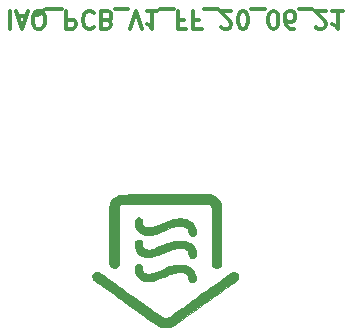
<source format=gbr>
%TF.GenerationSoftware,KiCad,Pcbnew,(5.1.10-1-10_14)*%
%TF.CreationDate,2021-06-21T19:24:18+01:00*%
%TF.ProjectId,IAQ_Project,4941515f-5072-46f6-9a65-63742e6b6963,rev?*%
%TF.SameCoordinates,Original*%
%TF.FileFunction,Legend,Bot*%
%TF.FilePolarity,Positive*%
%FSLAX46Y46*%
G04 Gerber Fmt 4.6, Leading zero omitted, Abs format (unit mm)*
G04 Created by KiCad (PCBNEW (5.1.10-1-10_14)) date 2021-06-21 19:24:18*
%MOMM*%
%LPD*%
G01*
G04 APERTURE LIST*
%ADD10C,0.300000*%
%ADD11C,0.010000*%
G04 APERTURE END LIST*
D10*
X53464285Y-77421428D02*
X53464285Y-78921428D01*
X54107142Y-77850000D02*
X54821428Y-77850000D01*
X53964285Y-77421428D02*
X54464285Y-78921428D01*
X54964285Y-77421428D01*
X56464285Y-77278571D02*
X56321428Y-77350000D01*
X56178571Y-77492857D01*
X55964285Y-77707142D01*
X55821428Y-77778571D01*
X55678571Y-77778571D01*
X55750000Y-77421428D02*
X55607142Y-77492857D01*
X55464285Y-77635714D01*
X55392857Y-77921428D01*
X55392857Y-78421428D01*
X55464285Y-78707142D01*
X55607142Y-78850000D01*
X55750000Y-78921428D01*
X56035714Y-78921428D01*
X56178571Y-78850000D01*
X56321428Y-78707142D01*
X56392857Y-78421428D01*
X56392857Y-77921428D01*
X56321428Y-77635714D01*
X56178571Y-77492857D01*
X56035714Y-77421428D01*
X55750000Y-77421428D01*
X56678571Y-77278571D02*
X57821428Y-77278571D01*
X58178571Y-77421428D02*
X58178571Y-78921428D01*
X58750000Y-78921428D01*
X58892857Y-78850000D01*
X58964285Y-78778571D01*
X59035714Y-78635714D01*
X59035714Y-78421428D01*
X58964285Y-78278571D01*
X58892857Y-78207142D01*
X58750000Y-78135714D01*
X58178571Y-78135714D01*
X60535714Y-77564285D02*
X60464285Y-77492857D01*
X60250000Y-77421428D01*
X60107142Y-77421428D01*
X59892857Y-77492857D01*
X59750000Y-77635714D01*
X59678571Y-77778571D01*
X59607142Y-78064285D01*
X59607142Y-78278571D01*
X59678571Y-78564285D01*
X59750000Y-78707142D01*
X59892857Y-78850000D01*
X60107142Y-78921428D01*
X60250000Y-78921428D01*
X60464285Y-78850000D01*
X60535714Y-78778571D01*
X61678571Y-78207142D02*
X61892857Y-78135714D01*
X61964285Y-78064285D01*
X62035714Y-77921428D01*
X62035714Y-77707142D01*
X61964285Y-77564285D01*
X61892857Y-77492857D01*
X61750000Y-77421428D01*
X61178571Y-77421428D01*
X61178571Y-78921428D01*
X61678571Y-78921428D01*
X61821428Y-78850000D01*
X61892857Y-78778571D01*
X61964285Y-78635714D01*
X61964285Y-78492857D01*
X61892857Y-78350000D01*
X61821428Y-78278571D01*
X61678571Y-78207142D01*
X61178571Y-78207142D01*
X62321428Y-77278571D02*
X63464285Y-77278571D01*
X63607142Y-78921428D02*
X64107142Y-77421428D01*
X64607142Y-78921428D01*
X65892857Y-77421428D02*
X65035714Y-77421428D01*
X65464285Y-77421428D02*
X65464285Y-78921428D01*
X65321428Y-78707142D01*
X65178571Y-78564285D01*
X65035714Y-78492857D01*
X66178571Y-77278571D02*
X67321428Y-77278571D01*
X68178571Y-78207142D02*
X67678571Y-78207142D01*
X67678571Y-77421428D02*
X67678571Y-78921428D01*
X68392857Y-78921428D01*
X69464285Y-78207142D02*
X68964285Y-78207142D01*
X68964285Y-77421428D02*
X68964285Y-78921428D01*
X69678571Y-78921428D01*
X69892857Y-77278571D02*
X71035714Y-77278571D01*
X71321428Y-78778571D02*
X71392857Y-78850000D01*
X71535714Y-78921428D01*
X71892857Y-78921428D01*
X72035714Y-78850000D01*
X72107142Y-78778571D01*
X72178571Y-78635714D01*
X72178571Y-78492857D01*
X72107142Y-78278571D01*
X71250000Y-77421428D01*
X72178571Y-77421428D01*
X73107142Y-78921428D02*
X73250000Y-78921428D01*
X73392857Y-78850000D01*
X73464285Y-78778571D01*
X73535714Y-78635714D01*
X73607142Y-78350000D01*
X73607142Y-77992857D01*
X73535714Y-77707142D01*
X73464285Y-77564285D01*
X73392857Y-77492857D01*
X73250000Y-77421428D01*
X73107142Y-77421428D01*
X72964285Y-77492857D01*
X72892857Y-77564285D01*
X72821428Y-77707142D01*
X72750000Y-77992857D01*
X72750000Y-78350000D01*
X72821428Y-78635714D01*
X72892857Y-78778571D01*
X72964285Y-78850000D01*
X73107142Y-78921428D01*
X73892857Y-77278571D02*
X75035714Y-77278571D01*
X75678571Y-78921428D02*
X75821428Y-78921428D01*
X75964285Y-78850000D01*
X76035714Y-78778571D01*
X76107142Y-78635714D01*
X76178571Y-78350000D01*
X76178571Y-77992857D01*
X76107142Y-77707142D01*
X76035714Y-77564285D01*
X75964285Y-77492857D01*
X75821428Y-77421428D01*
X75678571Y-77421428D01*
X75535714Y-77492857D01*
X75464285Y-77564285D01*
X75392857Y-77707142D01*
X75321428Y-77992857D01*
X75321428Y-78350000D01*
X75392857Y-78635714D01*
X75464285Y-78778571D01*
X75535714Y-78850000D01*
X75678571Y-78921428D01*
X77464285Y-78921428D02*
X77178571Y-78921428D01*
X77035714Y-78850000D01*
X76964285Y-78778571D01*
X76821428Y-78564285D01*
X76750000Y-78278571D01*
X76750000Y-77707142D01*
X76821428Y-77564285D01*
X76892857Y-77492857D01*
X77035714Y-77421428D01*
X77321428Y-77421428D01*
X77464285Y-77492857D01*
X77535714Y-77564285D01*
X77607142Y-77707142D01*
X77607142Y-78064285D01*
X77535714Y-78207142D01*
X77464285Y-78278571D01*
X77321428Y-78350000D01*
X77035714Y-78350000D01*
X76892857Y-78278571D01*
X76821428Y-78207142D01*
X76750000Y-78064285D01*
X77892857Y-77278571D02*
X79035714Y-77278571D01*
X79321428Y-78778571D02*
X79392857Y-78850000D01*
X79535714Y-78921428D01*
X79892857Y-78921428D01*
X80035714Y-78850000D01*
X80107142Y-78778571D01*
X80178571Y-78635714D01*
X80178571Y-78492857D01*
X80107142Y-78278571D01*
X79250000Y-77421428D01*
X80178571Y-77421428D01*
X81607142Y-77421428D02*
X80750000Y-77421428D01*
X81178571Y-77421428D02*
X81178571Y-78921428D01*
X81035714Y-78707142D01*
X80892857Y-78564285D01*
X80750000Y-78492857D01*
D11*
%TO.C,G\u002A\u002A\u002A*%
G36*
X62408616Y-99139890D02*
G01*
X62520026Y-99078967D01*
X62591147Y-99001234D01*
X62650300Y-98918300D01*
X62663000Y-96429100D01*
X62665141Y-96017226D01*
X62667154Y-95653119D01*
X62669109Y-95333749D01*
X62671074Y-95056084D01*
X62673119Y-94817094D01*
X62675312Y-94613745D01*
X62677724Y-94443008D01*
X62680424Y-94301850D01*
X62683480Y-94187241D01*
X62686962Y-94096148D01*
X62690939Y-94025541D01*
X62695480Y-93972387D01*
X62700655Y-93933656D01*
X62706533Y-93906316D01*
X62713183Y-93887335D01*
X62720675Y-93873683D01*
X62721388Y-93872619D01*
X62733121Y-93854252D01*
X62743794Y-93837616D01*
X62755850Y-93822624D01*
X62771735Y-93809191D01*
X62793893Y-93797233D01*
X62824770Y-93786662D01*
X62866809Y-93777395D01*
X62922457Y-93769346D01*
X62994158Y-93762429D01*
X63084356Y-93756559D01*
X63195497Y-93751651D01*
X63330025Y-93747619D01*
X63490385Y-93744377D01*
X63679022Y-93741841D01*
X63898381Y-93739925D01*
X64150907Y-93738544D01*
X64439044Y-93737611D01*
X64765238Y-93737043D01*
X65131933Y-93736753D01*
X65541574Y-93736656D01*
X65996605Y-93736666D01*
X66499473Y-93736699D01*
X66612700Y-93736700D01*
X67118424Y-93736722D01*
X67575835Y-93736807D01*
X67987419Y-93736985D01*
X68355662Y-93737288D01*
X68683050Y-93737745D01*
X68972071Y-93738388D01*
X69225210Y-93739245D01*
X69444953Y-93740349D01*
X69633788Y-93741730D01*
X69794201Y-93743417D01*
X69928677Y-93745441D01*
X70039704Y-93747833D01*
X70129768Y-93750624D01*
X70201355Y-93753843D01*
X70256952Y-93757521D01*
X70299044Y-93761689D01*
X70330119Y-93766376D01*
X70352663Y-93771614D01*
X70369162Y-93777433D01*
X70380250Y-93782838D01*
X70405801Y-93796243D01*
X70428417Y-93808914D01*
X70448278Y-93823860D01*
X70465563Y-93844092D01*
X70480452Y-93872617D01*
X70493123Y-93912446D01*
X70503757Y-93966587D01*
X70512533Y-94038051D01*
X70519629Y-94129847D01*
X70525226Y-94244983D01*
X70529503Y-94386471D01*
X70532640Y-94557318D01*
X70534814Y-94760534D01*
X70536207Y-94999130D01*
X70536997Y-95276113D01*
X70537364Y-95594494D01*
X70537487Y-95957282D01*
X70537546Y-96367486D01*
X70537557Y-96421935D01*
X70537687Y-96827525D01*
X70537916Y-97185447D01*
X70538305Y-97498832D01*
X70538913Y-97770813D01*
X70539799Y-98004521D01*
X70541022Y-98203088D01*
X70542641Y-98369646D01*
X70544716Y-98507327D01*
X70547307Y-98619262D01*
X70550472Y-98708583D01*
X70554271Y-98778422D01*
X70558764Y-98831911D01*
X70564008Y-98872182D01*
X70570065Y-98902366D01*
X70576992Y-98925595D01*
X70584850Y-98945001D01*
X70585358Y-98946125D01*
X70659547Y-99057809D01*
X70762012Y-99127579D01*
X70893511Y-99155848D01*
X70965532Y-99154919D01*
X71112021Y-99125989D01*
X71223029Y-99061957D01*
X71301349Y-98961121D01*
X71309044Y-98945708D01*
X71315888Y-98927993D01*
X71321922Y-98903456D01*
X71327185Y-98869104D01*
X71331718Y-98821940D01*
X71335559Y-98758968D01*
X71338749Y-98677195D01*
X71341327Y-98573623D01*
X71343333Y-98445258D01*
X71344806Y-98289105D01*
X71345786Y-98102167D01*
X71346313Y-97881450D01*
X71346427Y-97623959D01*
X71346166Y-97326697D01*
X71345571Y-96986669D01*
X71344681Y-96600881D01*
X71343926Y-96309958D01*
X71337100Y-93762100D01*
X71258701Y-93597000D01*
X71140252Y-93403907D01*
X70982191Y-93240964D01*
X70783476Y-93107292D01*
X70561430Y-93008533D01*
X70397300Y-92949300D01*
X66663500Y-92944681D01*
X66137943Y-92944102D01*
X65660897Y-92943741D01*
X65230071Y-92943614D01*
X64843177Y-92943739D01*
X64497925Y-92944133D01*
X64192026Y-92944814D01*
X63923191Y-92945799D01*
X63689129Y-92947106D01*
X63487552Y-92948751D01*
X63316171Y-92950753D01*
X63172695Y-92953129D01*
X63054836Y-92955897D01*
X62960304Y-92959072D01*
X62886810Y-92962675D01*
X62832065Y-92966720D01*
X62793779Y-92971227D01*
X62777300Y-92974261D01*
X62674171Y-93000900D01*
X62573661Y-93032427D01*
X62523300Y-93051422D01*
X62385456Y-93124287D01*
X62244537Y-93223430D01*
X62117552Y-93335387D01*
X62021507Y-93446695D01*
X62018505Y-93451007D01*
X61991568Y-93489442D01*
X61967664Y-93524019D01*
X61946611Y-93557845D01*
X61928229Y-93594026D01*
X61912338Y-93635669D01*
X61898757Y-93685880D01*
X61887304Y-93747766D01*
X61877800Y-93824435D01*
X61870064Y-93918992D01*
X61863915Y-94034544D01*
X61859173Y-94174198D01*
X61855656Y-94341061D01*
X61853184Y-94538240D01*
X61851577Y-94768840D01*
X61850654Y-95035970D01*
X61850234Y-95342734D01*
X61850136Y-95692241D01*
X61850180Y-96087597D01*
X61850200Y-96345249D01*
X61850219Y-96758065D01*
X61850318Y-97123150D01*
X61850556Y-97443572D01*
X61850993Y-97722403D01*
X61851689Y-97962709D01*
X61852705Y-98167560D01*
X61854101Y-98340026D01*
X61855936Y-98483175D01*
X61858272Y-98600077D01*
X61861167Y-98693800D01*
X61864682Y-98767414D01*
X61868877Y-98823987D01*
X61873812Y-98866589D01*
X61879548Y-98898289D01*
X61886144Y-98922156D01*
X61893660Y-98941258D01*
X61901341Y-98957071D01*
X61979461Y-99056740D01*
X62091538Y-99125502D01*
X62227526Y-99157829D01*
X62269549Y-99159600D01*
X62408616Y-99139890D01*
G37*
X62408616Y-99139890D02*
X62520026Y-99078967D01*
X62591147Y-99001234D01*
X62650300Y-98918300D01*
X62663000Y-96429100D01*
X62665141Y-96017226D01*
X62667154Y-95653119D01*
X62669109Y-95333749D01*
X62671074Y-95056084D01*
X62673119Y-94817094D01*
X62675312Y-94613745D01*
X62677724Y-94443008D01*
X62680424Y-94301850D01*
X62683480Y-94187241D01*
X62686962Y-94096148D01*
X62690939Y-94025541D01*
X62695480Y-93972387D01*
X62700655Y-93933656D01*
X62706533Y-93906316D01*
X62713183Y-93887335D01*
X62720675Y-93873683D01*
X62721388Y-93872619D01*
X62733121Y-93854252D01*
X62743794Y-93837616D01*
X62755850Y-93822624D01*
X62771735Y-93809191D01*
X62793893Y-93797233D01*
X62824770Y-93786662D01*
X62866809Y-93777395D01*
X62922457Y-93769346D01*
X62994158Y-93762429D01*
X63084356Y-93756559D01*
X63195497Y-93751651D01*
X63330025Y-93747619D01*
X63490385Y-93744377D01*
X63679022Y-93741841D01*
X63898381Y-93739925D01*
X64150907Y-93738544D01*
X64439044Y-93737611D01*
X64765238Y-93737043D01*
X65131933Y-93736753D01*
X65541574Y-93736656D01*
X65996605Y-93736666D01*
X66499473Y-93736699D01*
X66612700Y-93736700D01*
X67118424Y-93736722D01*
X67575835Y-93736807D01*
X67987419Y-93736985D01*
X68355662Y-93737288D01*
X68683050Y-93737745D01*
X68972071Y-93738388D01*
X69225210Y-93739245D01*
X69444953Y-93740349D01*
X69633788Y-93741730D01*
X69794201Y-93743417D01*
X69928677Y-93745441D01*
X70039704Y-93747833D01*
X70129768Y-93750624D01*
X70201355Y-93753843D01*
X70256952Y-93757521D01*
X70299044Y-93761689D01*
X70330119Y-93766376D01*
X70352663Y-93771614D01*
X70369162Y-93777433D01*
X70380250Y-93782838D01*
X70405801Y-93796243D01*
X70428417Y-93808914D01*
X70448278Y-93823860D01*
X70465563Y-93844092D01*
X70480452Y-93872617D01*
X70493123Y-93912446D01*
X70503757Y-93966587D01*
X70512533Y-94038051D01*
X70519629Y-94129847D01*
X70525226Y-94244983D01*
X70529503Y-94386471D01*
X70532640Y-94557318D01*
X70534814Y-94760534D01*
X70536207Y-94999130D01*
X70536997Y-95276113D01*
X70537364Y-95594494D01*
X70537487Y-95957282D01*
X70537546Y-96367486D01*
X70537557Y-96421935D01*
X70537687Y-96827525D01*
X70537916Y-97185447D01*
X70538305Y-97498832D01*
X70538913Y-97770813D01*
X70539799Y-98004521D01*
X70541022Y-98203088D01*
X70542641Y-98369646D01*
X70544716Y-98507327D01*
X70547307Y-98619262D01*
X70550472Y-98708583D01*
X70554271Y-98778422D01*
X70558764Y-98831911D01*
X70564008Y-98872182D01*
X70570065Y-98902366D01*
X70576992Y-98925595D01*
X70584850Y-98945001D01*
X70585358Y-98946125D01*
X70659547Y-99057809D01*
X70762012Y-99127579D01*
X70893511Y-99155848D01*
X70965532Y-99154919D01*
X71112021Y-99125989D01*
X71223029Y-99061957D01*
X71301349Y-98961121D01*
X71309044Y-98945708D01*
X71315888Y-98927993D01*
X71321922Y-98903456D01*
X71327185Y-98869104D01*
X71331718Y-98821940D01*
X71335559Y-98758968D01*
X71338749Y-98677195D01*
X71341327Y-98573623D01*
X71343333Y-98445258D01*
X71344806Y-98289105D01*
X71345786Y-98102167D01*
X71346313Y-97881450D01*
X71346427Y-97623959D01*
X71346166Y-97326697D01*
X71345571Y-96986669D01*
X71344681Y-96600881D01*
X71343926Y-96309958D01*
X71337100Y-93762100D01*
X71258701Y-93597000D01*
X71140252Y-93403907D01*
X70982191Y-93240964D01*
X70783476Y-93107292D01*
X70561430Y-93008533D01*
X70397300Y-92949300D01*
X66663500Y-92944681D01*
X66137943Y-92944102D01*
X65660897Y-92943741D01*
X65230071Y-92943614D01*
X64843177Y-92943739D01*
X64497925Y-92944133D01*
X64192026Y-92944814D01*
X63923191Y-92945799D01*
X63689129Y-92947106D01*
X63487552Y-92948751D01*
X63316171Y-92950753D01*
X63172695Y-92953129D01*
X63054836Y-92955897D01*
X62960304Y-92959072D01*
X62886810Y-92962675D01*
X62832065Y-92966720D01*
X62793779Y-92971227D01*
X62777300Y-92974261D01*
X62674171Y-93000900D01*
X62573661Y-93032427D01*
X62523300Y-93051422D01*
X62385456Y-93124287D01*
X62244537Y-93223430D01*
X62117552Y-93335387D01*
X62021507Y-93446695D01*
X62018505Y-93451007D01*
X61991568Y-93489442D01*
X61967664Y-93524019D01*
X61946611Y-93557845D01*
X61928229Y-93594026D01*
X61912338Y-93635669D01*
X61898757Y-93685880D01*
X61887304Y-93747766D01*
X61877800Y-93824435D01*
X61870064Y-93918992D01*
X61863915Y-94034544D01*
X61859173Y-94174198D01*
X61855656Y-94341061D01*
X61853184Y-94538240D01*
X61851577Y-94768840D01*
X61850654Y-95035970D01*
X61850234Y-95342734D01*
X61850136Y-95692241D01*
X61850180Y-96087597D01*
X61850200Y-96345249D01*
X61850219Y-96758065D01*
X61850318Y-97123150D01*
X61850556Y-97443572D01*
X61850993Y-97722403D01*
X61851689Y-97962709D01*
X61852705Y-98167560D01*
X61854101Y-98340026D01*
X61855936Y-98483175D01*
X61858272Y-98600077D01*
X61861167Y-98693800D01*
X61864682Y-98767414D01*
X61868877Y-98823987D01*
X61873812Y-98866589D01*
X61879548Y-98898289D01*
X61886144Y-98922156D01*
X61893660Y-98941258D01*
X61901341Y-98957071D01*
X61979461Y-99056740D01*
X62091538Y-99125502D01*
X62227526Y-99157829D01*
X62269549Y-99159600D01*
X62408616Y-99139890D01*
G36*
X68974434Y-96447876D02*
G01*
X69072925Y-96397190D01*
X69145385Y-96325951D01*
X69156819Y-96306834D01*
X69186170Y-96205986D01*
X69191230Y-96074459D01*
X69173357Y-95925424D01*
X69133909Y-95772055D01*
X69090187Y-95660376D01*
X68972224Y-95463167D01*
X68816251Y-95296767D01*
X68625995Y-95163024D01*
X68405181Y-95063784D01*
X68157535Y-95000897D01*
X67886783Y-94976208D01*
X67718564Y-94980252D01*
X67545401Y-94995120D01*
X67381811Y-95017970D01*
X67219770Y-95051188D01*
X67051250Y-95097160D01*
X66868225Y-95158274D01*
X66662670Y-95236915D01*
X66426557Y-95335470D01*
X66220847Y-95425554D01*
X66005154Y-95520026D01*
X65827190Y-95594223D01*
X65679177Y-95650456D01*
X65553341Y-95691039D01*
X65441906Y-95718282D01*
X65337097Y-95734498D01*
X65231140Y-95741998D01*
X65152200Y-95743300D01*
X64976088Y-95734081D01*
X64843010Y-95703558D01*
X64748129Y-95647436D01*
X64686610Y-95561420D01*
X64653618Y-95441212D01*
X64644294Y-95292077D01*
X64642873Y-95190492D01*
X64635657Y-95123782D01*
X64618034Y-95076035D01*
X64585395Y-95031340D01*
X64560777Y-95003825D01*
X64460788Y-94927401D01*
X64347861Y-94895907D01*
X64232127Y-94910921D01*
X64166421Y-94942365D01*
X64086782Y-95015277D01*
X64036130Y-95118831D01*
X64012181Y-95258850D01*
X64009501Y-95342435D01*
X64031597Y-95577139D01*
X64095725Y-95787950D01*
X64199930Y-95971476D01*
X64342261Y-96124326D01*
X64520764Y-96243106D01*
X64531057Y-96248316D01*
X64678696Y-96309752D01*
X64835303Y-96348152D01*
X65016157Y-96366555D01*
X65139500Y-96369262D01*
X65294453Y-96364039D01*
X65448346Y-96347041D01*
X65607905Y-96316280D01*
X65779858Y-96269766D01*
X65970932Y-96205508D01*
X66187855Y-96121517D01*
X66437352Y-96015804D01*
X66640695Y-95925232D01*
X66885987Y-95818904D01*
X67098567Y-95737675D01*
X67288171Y-95678735D01*
X67464530Y-95639273D01*
X67637380Y-95616475D01*
X67731451Y-95610162D01*
X67955124Y-95610268D01*
X68137847Y-95634842D01*
X68284103Y-95685620D01*
X68398375Y-95764341D01*
X68485146Y-95872744D01*
X68506113Y-95910584D01*
X68538555Y-95996324D01*
X68555212Y-96083644D01*
X68555800Y-96098704D01*
X68575886Y-96226336D01*
X68631007Y-96335361D01*
X68713453Y-96416725D01*
X68815515Y-96461374D01*
X68869461Y-96467106D01*
X68974434Y-96447876D01*
G37*
X68974434Y-96447876D02*
X69072925Y-96397190D01*
X69145385Y-96325951D01*
X69156819Y-96306834D01*
X69186170Y-96205986D01*
X69191230Y-96074459D01*
X69173357Y-95925424D01*
X69133909Y-95772055D01*
X69090187Y-95660376D01*
X68972224Y-95463167D01*
X68816251Y-95296767D01*
X68625995Y-95163024D01*
X68405181Y-95063784D01*
X68157535Y-95000897D01*
X67886783Y-94976208D01*
X67718564Y-94980252D01*
X67545401Y-94995120D01*
X67381811Y-95017970D01*
X67219770Y-95051188D01*
X67051250Y-95097160D01*
X66868225Y-95158274D01*
X66662670Y-95236915D01*
X66426557Y-95335470D01*
X66220847Y-95425554D01*
X66005154Y-95520026D01*
X65827190Y-95594223D01*
X65679177Y-95650456D01*
X65553341Y-95691039D01*
X65441906Y-95718282D01*
X65337097Y-95734498D01*
X65231140Y-95741998D01*
X65152200Y-95743300D01*
X64976088Y-95734081D01*
X64843010Y-95703558D01*
X64748129Y-95647436D01*
X64686610Y-95561420D01*
X64653618Y-95441212D01*
X64644294Y-95292077D01*
X64642873Y-95190492D01*
X64635657Y-95123782D01*
X64618034Y-95076035D01*
X64585395Y-95031340D01*
X64560777Y-95003825D01*
X64460788Y-94927401D01*
X64347861Y-94895907D01*
X64232127Y-94910921D01*
X64166421Y-94942365D01*
X64086782Y-95015277D01*
X64036130Y-95118831D01*
X64012181Y-95258850D01*
X64009501Y-95342435D01*
X64031597Y-95577139D01*
X64095725Y-95787950D01*
X64199930Y-95971476D01*
X64342261Y-96124326D01*
X64520764Y-96243106D01*
X64531057Y-96248316D01*
X64678696Y-96309752D01*
X64835303Y-96348152D01*
X65016157Y-96366555D01*
X65139500Y-96369262D01*
X65294453Y-96364039D01*
X65448346Y-96347041D01*
X65607905Y-96316280D01*
X65779858Y-96269766D01*
X65970932Y-96205508D01*
X66187855Y-96121517D01*
X66437352Y-96015804D01*
X66640695Y-95925232D01*
X66885987Y-95818904D01*
X67098567Y-95737675D01*
X67288171Y-95678735D01*
X67464530Y-95639273D01*
X67637380Y-95616475D01*
X67731451Y-95610162D01*
X67955124Y-95610268D01*
X68137847Y-95634842D01*
X68284103Y-95685620D01*
X68398375Y-95764341D01*
X68485146Y-95872744D01*
X68506113Y-95910584D01*
X68538555Y-95996324D01*
X68555212Y-96083644D01*
X68555800Y-96098704D01*
X68575886Y-96226336D01*
X68631007Y-96335361D01*
X68713453Y-96416725D01*
X68815515Y-96461374D01*
X68869461Y-96467106D01*
X68974434Y-96447876D01*
G36*
X68971274Y-98316948D02*
G01*
X69030015Y-98297279D01*
X69086161Y-98252931D01*
X69104440Y-98235040D01*
X69151718Y-98183655D01*
X69177636Y-98137328D01*
X69188545Y-98077572D01*
X69190799Y-97985902D01*
X69190800Y-97983716D01*
X69166919Y-97750971D01*
X69097512Y-97536060D01*
X68985935Y-97342980D01*
X68835540Y-97175730D01*
X68649684Y-97038310D01*
X68431719Y-96934717D01*
X68270310Y-96886442D01*
X68108655Y-96860780D01*
X67914519Y-96849686D01*
X67704022Y-96852943D01*
X67493284Y-96870333D01*
X67309254Y-96899397D01*
X67163353Y-96931897D01*
X67024012Y-96969613D01*
X66880904Y-97016177D01*
X66723700Y-97075223D01*
X66542070Y-97150382D01*
X66325686Y-97245288D01*
X66325344Y-97245440D01*
X66096804Y-97346582D01*
X65907256Y-97427737D01*
X65749951Y-97491022D01*
X65618141Y-97538552D01*
X65505076Y-97572442D01*
X65404009Y-97594809D01*
X65308191Y-97607767D01*
X65210874Y-97613432D01*
X65148991Y-97614211D01*
X64972402Y-97602761D01*
X64837930Y-97566183D01*
X64741801Y-97501131D01*
X64680240Y-97404261D01*
X64649473Y-97272229D01*
X64644200Y-97166950D01*
X64630879Y-97010201D01*
X64589731Y-96894802D01*
X64518972Y-96818489D01*
X64416821Y-96778997D01*
X64333375Y-96772000D01*
X64249524Y-96778106D01*
X64186263Y-96803328D01*
X64117781Y-96858029D01*
X64116776Y-96858948D01*
X64070776Y-96903100D01*
X64042206Y-96941752D01*
X64026243Y-96989047D01*
X64018064Y-97059128D01*
X64012959Y-97163364D01*
X64024270Y-97400538D01*
X64076880Y-97611154D01*
X64167973Y-97793840D01*
X64294730Y-97947224D01*
X64454336Y-98069935D01*
X64643972Y-98160600D01*
X64860822Y-98217849D01*
X65102068Y-98240309D01*
X65364892Y-98226608D01*
X65646479Y-98175375D01*
X65922214Y-98093022D01*
X66016981Y-98057208D01*
X66145003Y-98005477D01*
X66293413Y-97943202D01*
X66449341Y-97875756D01*
X66554715Y-97828954D01*
X66792917Y-97724715D01*
X66996074Y-97642668D01*
X67173273Y-97579840D01*
X67333597Y-97533259D01*
X67486132Y-97499952D01*
X67624863Y-97478792D01*
X67844230Y-97462618D01*
X68030268Y-97474638D01*
X68192629Y-97515970D01*
X68281577Y-97554735D01*
X68413146Y-97644861D01*
X68501620Y-97758932D01*
X68543672Y-97886089D01*
X68558022Y-97977793D01*
X68571694Y-98065594D01*
X68603624Y-98149990D01*
X68666313Y-98233753D01*
X68669563Y-98237044D01*
X68728338Y-98288766D01*
X68784116Y-98313730D01*
X68860633Y-98321188D01*
X68885999Y-98321400D01*
X68971274Y-98316948D01*
G37*
X68971274Y-98316948D02*
X69030015Y-98297279D01*
X69086161Y-98252931D01*
X69104440Y-98235040D01*
X69151718Y-98183655D01*
X69177636Y-98137328D01*
X69188545Y-98077572D01*
X69190799Y-97985902D01*
X69190800Y-97983716D01*
X69166919Y-97750971D01*
X69097512Y-97536060D01*
X68985935Y-97342980D01*
X68835540Y-97175730D01*
X68649684Y-97038310D01*
X68431719Y-96934717D01*
X68270310Y-96886442D01*
X68108655Y-96860780D01*
X67914519Y-96849686D01*
X67704022Y-96852943D01*
X67493284Y-96870333D01*
X67309254Y-96899397D01*
X67163353Y-96931897D01*
X67024012Y-96969613D01*
X66880904Y-97016177D01*
X66723700Y-97075223D01*
X66542070Y-97150382D01*
X66325686Y-97245288D01*
X66325344Y-97245440D01*
X66096804Y-97346582D01*
X65907256Y-97427737D01*
X65749951Y-97491022D01*
X65618141Y-97538552D01*
X65505076Y-97572442D01*
X65404009Y-97594809D01*
X65308191Y-97607767D01*
X65210874Y-97613432D01*
X65148991Y-97614211D01*
X64972402Y-97602761D01*
X64837930Y-97566183D01*
X64741801Y-97501131D01*
X64680240Y-97404261D01*
X64649473Y-97272229D01*
X64644200Y-97166950D01*
X64630879Y-97010201D01*
X64589731Y-96894802D01*
X64518972Y-96818489D01*
X64416821Y-96778997D01*
X64333375Y-96772000D01*
X64249524Y-96778106D01*
X64186263Y-96803328D01*
X64117781Y-96858029D01*
X64116776Y-96858948D01*
X64070776Y-96903100D01*
X64042206Y-96941752D01*
X64026243Y-96989047D01*
X64018064Y-97059128D01*
X64012959Y-97163364D01*
X64024270Y-97400538D01*
X64076880Y-97611154D01*
X64167973Y-97793840D01*
X64294730Y-97947224D01*
X64454336Y-98069935D01*
X64643972Y-98160600D01*
X64860822Y-98217849D01*
X65102068Y-98240309D01*
X65364892Y-98226608D01*
X65646479Y-98175375D01*
X65922214Y-98093022D01*
X66016981Y-98057208D01*
X66145003Y-98005477D01*
X66293413Y-97943202D01*
X66449341Y-97875756D01*
X66554715Y-97828954D01*
X66792917Y-97724715D01*
X66996074Y-97642668D01*
X67173273Y-97579840D01*
X67333597Y-97533259D01*
X67486132Y-97499952D01*
X67624863Y-97478792D01*
X67844230Y-97462618D01*
X68030268Y-97474638D01*
X68192629Y-97515970D01*
X68281577Y-97554735D01*
X68413146Y-97644861D01*
X68501620Y-97758932D01*
X68543672Y-97886089D01*
X68558022Y-97977793D01*
X68571694Y-98065594D01*
X68603624Y-98149990D01*
X68666313Y-98233753D01*
X68669563Y-98237044D01*
X68728338Y-98288766D01*
X68784116Y-98313730D01*
X68860633Y-98321188D01*
X68885999Y-98321400D01*
X68971274Y-98316948D01*
G36*
X69039231Y-100340271D02*
G01*
X69115720Y-100282995D01*
X69163613Y-100201046D01*
X69185685Y-100086958D01*
X69185556Y-99946864D01*
X69148352Y-99726469D01*
X69065701Y-99522154D01*
X68941641Y-99338507D01*
X68780208Y-99180115D01*
X68585438Y-99051567D01*
X68361367Y-98957449D01*
X68298932Y-98939217D01*
X68160776Y-98912998D01*
X67985884Y-98899176D01*
X67831900Y-98896522D01*
X67651536Y-98901266D01*
X67481246Y-98916165D01*
X67313023Y-98943370D01*
X67138861Y-98985033D01*
X66950753Y-99043304D01*
X66740693Y-99120334D01*
X66500674Y-99218274D01*
X66282500Y-99312778D01*
X66065659Y-99407720D01*
X65887754Y-99483347D01*
X65741683Y-99541828D01*
X65620347Y-99585331D01*
X65516647Y-99616023D01*
X65423482Y-99636072D01*
X65333754Y-99647646D01*
X65240361Y-99652913D01*
X65164900Y-99654024D01*
X65013506Y-99650420D01*
X64901923Y-99635961D01*
X64819673Y-99606986D01*
X64756277Y-99559835D01*
X64702298Y-99492394D01*
X64670889Y-99436257D01*
X64653046Y-99373652D01*
X64645361Y-99288024D01*
X64644200Y-99210070D01*
X64635469Y-99070598D01*
X64605900Y-98969720D01*
X64550423Y-98897738D01*
X64463969Y-98844955D01*
X64450251Y-98839023D01*
X64359140Y-98809554D01*
X64282553Y-98811107D01*
X64194865Y-98844601D01*
X64187000Y-98848490D01*
X64109414Y-98899963D01*
X64056839Y-98968943D01*
X64026226Y-99063814D01*
X64014521Y-99192961D01*
X64016323Y-99317499D01*
X64023768Y-99443157D01*
X64036234Y-99536173D01*
X64057752Y-99614695D01*
X64092348Y-99696873D01*
X64107506Y-99728260D01*
X64209274Y-99889477D01*
X64342170Y-100031983D01*
X64493727Y-100144050D01*
X64608788Y-100199825D01*
X64732661Y-100237512D01*
X64876365Y-100268001D01*
X65021687Y-100288534D01*
X65150412Y-100296350D01*
X65221616Y-100292683D01*
X65304373Y-100282102D01*
X65406603Y-100269331D01*
X65457000Y-100263137D01*
X65591531Y-100239312D01*
X65747771Y-100197237D01*
X65930999Y-100135094D01*
X66146493Y-100051066D01*
X66399533Y-99943335D01*
X66447600Y-99922118D01*
X66703929Y-99810404D01*
X66922176Y-99720167D01*
X67109287Y-99649361D01*
X67272204Y-99595942D01*
X67417874Y-99557863D01*
X67553238Y-99533079D01*
X67685243Y-99519544D01*
X67820832Y-99515212D01*
X67828950Y-99515200D01*
X68046604Y-99529870D01*
X68224176Y-99574363D01*
X68363230Y-99649407D01*
X68465326Y-99755730D01*
X68508056Y-99831650D01*
X68538073Y-99916948D01*
X68554328Y-100000419D01*
X68555242Y-100017666D01*
X68576990Y-100147109D01*
X68634770Y-100253045D01*
X68720183Y-100329876D01*
X68824827Y-100372003D01*
X68940304Y-100373826D01*
X69039231Y-100340271D01*
G37*
X69039231Y-100340271D02*
X69115720Y-100282995D01*
X69163613Y-100201046D01*
X69185685Y-100086958D01*
X69185556Y-99946864D01*
X69148352Y-99726469D01*
X69065701Y-99522154D01*
X68941641Y-99338507D01*
X68780208Y-99180115D01*
X68585438Y-99051567D01*
X68361367Y-98957449D01*
X68298932Y-98939217D01*
X68160776Y-98912998D01*
X67985884Y-98899176D01*
X67831900Y-98896522D01*
X67651536Y-98901266D01*
X67481246Y-98916165D01*
X67313023Y-98943370D01*
X67138861Y-98985033D01*
X66950753Y-99043304D01*
X66740693Y-99120334D01*
X66500674Y-99218274D01*
X66282500Y-99312778D01*
X66065659Y-99407720D01*
X65887754Y-99483347D01*
X65741683Y-99541828D01*
X65620347Y-99585331D01*
X65516647Y-99616023D01*
X65423482Y-99636072D01*
X65333754Y-99647646D01*
X65240361Y-99652913D01*
X65164900Y-99654024D01*
X65013506Y-99650420D01*
X64901923Y-99635961D01*
X64819673Y-99606986D01*
X64756277Y-99559835D01*
X64702298Y-99492394D01*
X64670889Y-99436257D01*
X64653046Y-99373652D01*
X64645361Y-99288024D01*
X64644200Y-99210070D01*
X64635469Y-99070598D01*
X64605900Y-98969720D01*
X64550423Y-98897738D01*
X64463969Y-98844955D01*
X64450251Y-98839023D01*
X64359140Y-98809554D01*
X64282553Y-98811107D01*
X64194865Y-98844601D01*
X64187000Y-98848490D01*
X64109414Y-98899963D01*
X64056839Y-98968943D01*
X64026226Y-99063814D01*
X64014521Y-99192961D01*
X64016323Y-99317499D01*
X64023768Y-99443157D01*
X64036234Y-99536173D01*
X64057752Y-99614695D01*
X64092348Y-99696873D01*
X64107506Y-99728260D01*
X64209274Y-99889477D01*
X64342170Y-100031983D01*
X64493727Y-100144050D01*
X64608788Y-100199825D01*
X64732661Y-100237512D01*
X64876365Y-100268001D01*
X65021687Y-100288534D01*
X65150412Y-100296350D01*
X65221616Y-100292683D01*
X65304373Y-100282102D01*
X65406603Y-100269331D01*
X65457000Y-100263137D01*
X65591531Y-100239312D01*
X65747771Y-100197237D01*
X65930999Y-100135094D01*
X66146493Y-100051066D01*
X66399533Y-99943335D01*
X66447600Y-99922118D01*
X66703929Y-99810404D01*
X66922176Y-99720167D01*
X67109287Y-99649361D01*
X67272204Y-99595942D01*
X67417874Y-99557863D01*
X67553238Y-99533079D01*
X67685243Y-99519544D01*
X67820832Y-99515212D01*
X67828950Y-99515200D01*
X68046604Y-99529870D01*
X68224176Y-99574363D01*
X68363230Y-99649407D01*
X68465326Y-99755730D01*
X68508056Y-99831650D01*
X68538073Y-99916948D01*
X68554328Y-100000419D01*
X68555242Y-100017666D01*
X68576990Y-100147109D01*
X68634770Y-100253045D01*
X68720183Y-100329876D01*
X68824827Y-100372003D01*
X68940304Y-100373826D01*
X69039231Y-100340271D01*
G36*
X66816381Y-104155346D02*
G01*
X66997589Y-104128830D01*
X67160876Y-104080321D01*
X67321558Y-104006288D01*
X67349300Y-103991143D01*
X67385329Y-103967743D01*
X67459367Y-103916831D01*
X67568336Y-103840621D01*
X67709156Y-103741326D01*
X67878746Y-103621160D01*
X68074028Y-103482335D01*
X68291921Y-103327066D01*
X68529347Y-103157566D01*
X68783225Y-102976047D01*
X69050475Y-102784724D01*
X69328019Y-102585810D01*
X69612777Y-102381517D01*
X69901668Y-102174060D01*
X70191614Y-101965652D01*
X70479534Y-101758505D01*
X70762350Y-101554834D01*
X71036981Y-101356852D01*
X71300348Y-101166772D01*
X71549371Y-100986807D01*
X71780971Y-100819170D01*
X71992067Y-100666076D01*
X72179581Y-100529738D01*
X72340433Y-100412368D01*
X72471543Y-100316180D01*
X72569832Y-100243388D01*
X72632219Y-100196204D01*
X72653817Y-100178751D01*
X72748405Y-100064387D01*
X72792879Y-99942780D01*
X72787095Y-99814566D01*
X72755869Y-99727038D01*
X72681408Y-99625694D01*
X72574934Y-99554270D01*
X72448195Y-99516892D01*
X72312944Y-99517686D01*
X72225532Y-99540816D01*
X72194412Y-99559540D01*
X72125516Y-99605677D01*
X72022217Y-99676845D01*
X71887885Y-99770663D01*
X71725890Y-99884750D01*
X71539604Y-100016723D01*
X71332397Y-100164202D01*
X71107639Y-100324805D01*
X70868702Y-100496150D01*
X70618957Y-100675856D01*
X70617329Y-100677030D01*
X70331960Y-100882710D01*
X70030630Y-101099880D01*
X69720277Y-101323542D01*
X69407835Y-101548697D01*
X69100240Y-101770348D01*
X68804429Y-101983496D01*
X68527338Y-102183144D01*
X68275903Y-102364293D01*
X68057059Y-102521946D01*
X68009700Y-102556060D01*
X67721069Y-102762959D01*
X67471458Y-102939746D01*
X67261080Y-103086275D01*
X67090147Y-103202402D01*
X66958871Y-103287983D01*
X66867465Y-103342873D01*
X66819749Y-103365818D01*
X66673082Y-103394617D01*
X66514219Y-103392494D01*
X66365405Y-103360720D01*
X66306461Y-103336502D01*
X66273546Y-103315608D01*
X66202043Y-103266809D01*
X66094545Y-103191950D01*
X65953642Y-103092875D01*
X65781925Y-102971431D01*
X65581984Y-102829462D01*
X65356411Y-102668813D01*
X65107796Y-102491329D01*
X64838730Y-102298854D01*
X64551803Y-102093235D01*
X64249607Y-101876316D01*
X63934732Y-101649941D01*
X63625163Y-101427049D01*
X63301309Y-101193885D01*
X62988109Y-100968750D01*
X62688114Y-100753459D01*
X62403874Y-100549826D01*
X62137937Y-100359665D01*
X61892854Y-100184792D01*
X61671174Y-100027021D01*
X61475446Y-99888166D01*
X61308220Y-99770042D01*
X61172046Y-99674464D01*
X61069472Y-99603246D01*
X61003049Y-99558203D01*
X60975560Y-99541232D01*
X60859753Y-99516264D01*
X60735107Y-99519446D01*
X60623230Y-99549079D01*
X60580187Y-99572350D01*
X60477735Y-99668812D01*
X60419443Y-99782818D01*
X60405782Y-99905997D01*
X60437220Y-100029975D01*
X60514228Y-100146378D01*
X60546182Y-100178474D01*
X60581183Y-100206494D01*
X60654255Y-100261579D01*
X60762338Y-100341536D01*
X60902371Y-100444171D01*
X61071293Y-100567289D01*
X61266045Y-100708698D01*
X61483566Y-100866204D01*
X61720797Y-101037612D01*
X61974676Y-101220728D01*
X62242144Y-101413360D01*
X62520140Y-101613313D01*
X62805604Y-101818394D01*
X63095476Y-102026408D01*
X63386695Y-102235162D01*
X63676202Y-102442462D01*
X63960935Y-102646114D01*
X64237836Y-102843925D01*
X64503843Y-103033701D01*
X64755896Y-103213247D01*
X64990935Y-103380370D01*
X65205900Y-103532877D01*
X65397730Y-103668573D01*
X65563366Y-103785265D01*
X65699747Y-103880758D01*
X65803812Y-103952860D01*
X65872502Y-103999376D01*
X65901500Y-104017527D01*
X66045549Y-104082355D01*
X66184441Y-104125889D01*
X66334139Y-104151455D01*
X66510607Y-104162377D01*
X66601934Y-104163400D01*
X66816381Y-104155346D01*
G37*
X66816381Y-104155346D02*
X66997589Y-104128830D01*
X67160876Y-104080321D01*
X67321558Y-104006288D01*
X67349300Y-103991143D01*
X67385329Y-103967743D01*
X67459367Y-103916831D01*
X67568336Y-103840621D01*
X67709156Y-103741326D01*
X67878746Y-103621160D01*
X68074028Y-103482335D01*
X68291921Y-103327066D01*
X68529347Y-103157566D01*
X68783225Y-102976047D01*
X69050475Y-102784724D01*
X69328019Y-102585810D01*
X69612777Y-102381517D01*
X69901668Y-102174060D01*
X70191614Y-101965652D01*
X70479534Y-101758505D01*
X70762350Y-101554834D01*
X71036981Y-101356852D01*
X71300348Y-101166772D01*
X71549371Y-100986807D01*
X71780971Y-100819170D01*
X71992067Y-100666076D01*
X72179581Y-100529738D01*
X72340433Y-100412368D01*
X72471543Y-100316180D01*
X72569832Y-100243388D01*
X72632219Y-100196204D01*
X72653817Y-100178751D01*
X72748405Y-100064387D01*
X72792879Y-99942780D01*
X72787095Y-99814566D01*
X72755869Y-99727038D01*
X72681408Y-99625694D01*
X72574934Y-99554270D01*
X72448195Y-99516892D01*
X72312944Y-99517686D01*
X72225532Y-99540816D01*
X72194412Y-99559540D01*
X72125516Y-99605677D01*
X72022217Y-99676845D01*
X71887885Y-99770663D01*
X71725890Y-99884750D01*
X71539604Y-100016723D01*
X71332397Y-100164202D01*
X71107639Y-100324805D01*
X70868702Y-100496150D01*
X70618957Y-100675856D01*
X70617329Y-100677030D01*
X70331960Y-100882710D01*
X70030630Y-101099880D01*
X69720277Y-101323542D01*
X69407835Y-101548697D01*
X69100240Y-101770348D01*
X68804429Y-101983496D01*
X68527338Y-102183144D01*
X68275903Y-102364293D01*
X68057059Y-102521946D01*
X68009700Y-102556060D01*
X67721069Y-102762959D01*
X67471458Y-102939746D01*
X67261080Y-103086275D01*
X67090147Y-103202402D01*
X66958871Y-103287983D01*
X66867465Y-103342873D01*
X66819749Y-103365818D01*
X66673082Y-103394617D01*
X66514219Y-103392494D01*
X66365405Y-103360720D01*
X66306461Y-103336502D01*
X66273546Y-103315608D01*
X66202043Y-103266809D01*
X66094545Y-103191950D01*
X65953642Y-103092875D01*
X65781925Y-102971431D01*
X65581984Y-102829462D01*
X65356411Y-102668813D01*
X65107796Y-102491329D01*
X64838730Y-102298854D01*
X64551803Y-102093235D01*
X64249607Y-101876316D01*
X63934732Y-101649941D01*
X63625163Y-101427049D01*
X63301309Y-101193885D01*
X62988109Y-100968750D01*
X62688114Y-100753459D01*
X62403874Y-100549826D01*
X62137937Y-100359665D01*
X61892854Y-100184792D01*
X61671174Y-100027021D01*
X61475446Y-99888166D01*
X61308220Y-99770042D01*
X61172046Y-99674464D01*
X61069472Y-99603246D01*
X61003049Y-99558203D01*
X60975560Y-99541232D01*
X60859753Y-99516264D01*
X60735107Y-99519446D01*
X60623230Y-99549079D01*
X60580187Y-99572350D01*
X60477735Y-99668812D01*
X60419443Y-99782818D01*
X60405782Y-99905997D01*
X60437220Y-100029975D01*
X60514228Y-100146378D01*
X60546182Y-100178474D01*
X60581183Y-100206494D01*
X60654255Y-100261579D01*
X60762338Y-100341536D01*
X60902371Y-100444171D01*
X61071293Y-100567289D01*
X61266045Y-100708698D01*
X61483566Y-100866204D01*
X61720797Y-101037612D01*
X61974676Y-101220728D01*
X62242144Y-101413360D01*
X62520140Y-101613313D01*
X62805604Y-101818394D01*
X63095476Y-102026408D01*
X63386695Y-102235162D01*
X63676202Y-102442462D01*
X63960935Y-102646114D01*
X64237836Y-102843925D01*
X64503843Y-103033701D01*
X64755896Y-103213247D01*
X64990935Y-103380370D01*
X65205900Y-103532877D01*
X65397730Y-103668573D01*
X65563366Y-103785265D01*
X65699747Y-103880758D01*
X65803812Y-103952860D01*
X65872502Y-103999376D01*
X65901500Y-104017527D01*
X66045549Y-104082355D01*
X66184441Y-104125889D01*
X66334139Y-104151455D01*
X66510607Y-104162377D01*
X66601934Y-104163400D01*
X66816381Y-104155346D01*
%TD*%
M02*

</source>
